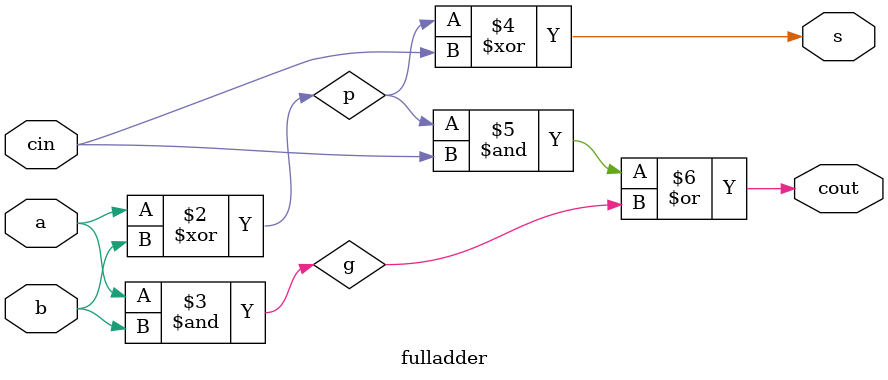
<source format=sv>
module fulladder(input logic a, b, cin,
                output logic s, cout);
    logic p, g;
    always_comb 
    begin
       p = a ^ b;
       g = a & b;
    
       s = p ^ cin;
       cout = (p & cin) | g;
     
    end
endmodule
</source>
